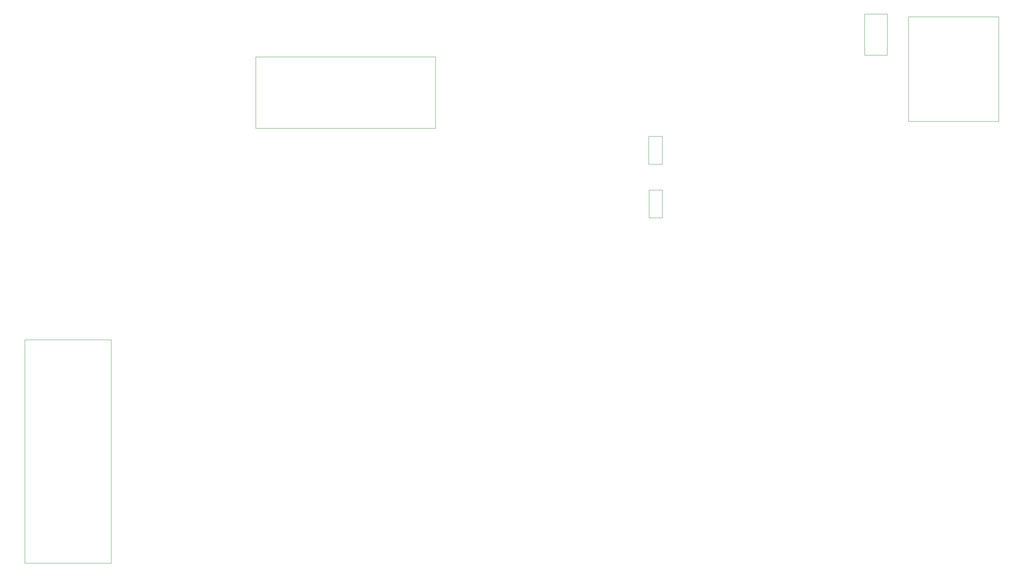
<source format=gbr>
G04 EasyPC Gerber Version 21.0.3 Build 4286 *
G04 #@! TF.Part,Single*
G04 #@! TF.FileFunction,Other,lebowski interface board - Documentation *
G04 #@! TF.FilePolarity,Positive *
%FSLAX35Y35*%
%MOIN*%
%ADD149C,0.00197*%
%ADD105C,0.00394*%
X0Y0D02*
D02*
D105*
X150427Y254167D02*
Y40585D01*
X67750*
Y254167*
X150427*
X913636Y463144D02*
Y563144D01*
X999856*
Y463144*
X913636*
D02*
D149*
X288872Y456439D02*
Y524770D01*
X460841*
Y456439*
X288872*
X664974Y422159D02*
Y448931D01*
X677927*
Y422159*
X664974*
X665073Y370781D02*
Y397553D01*
X678026*
Y370781*
X665073*
X893203Y565978D02*
Y526490D01*
X871707*
Y565978*
X893203*
X0Y0D02*
M02*

</source>
